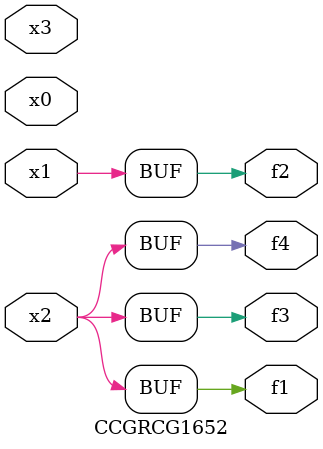
<source format=v>
module CCGRCG1652(
	input x0, x1, x2, x3,
	output f1, f2, f3, f4
);
	assign f1 = x2;
	assign f2 = x1;
	assign f3 = x2;
	assign f4 = x2;
endmodule

</source>
